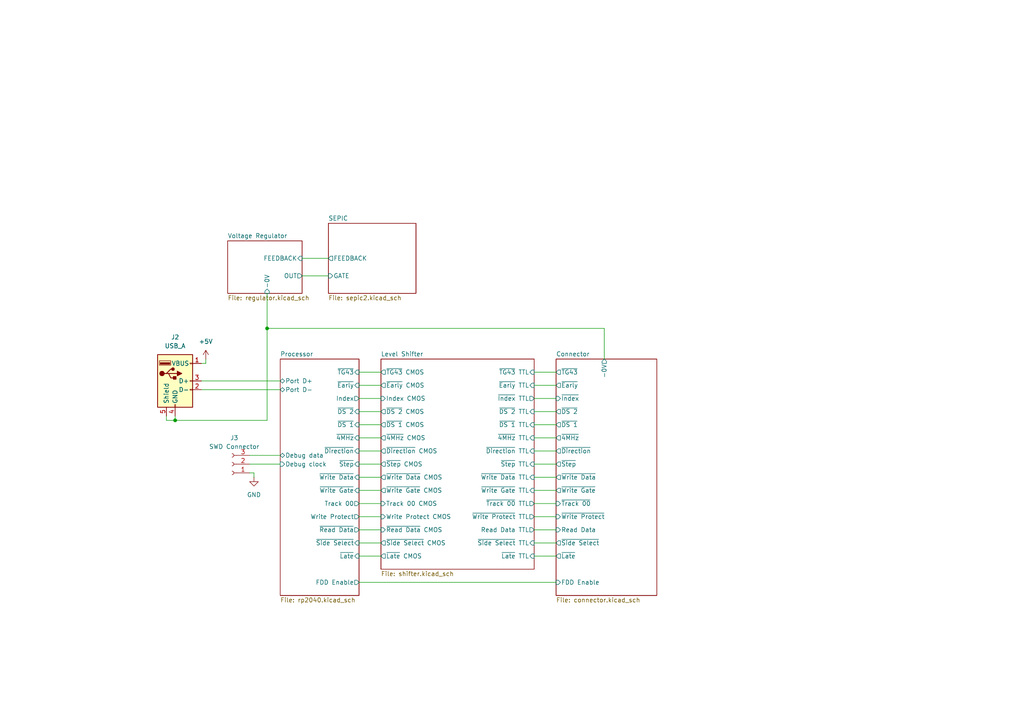
<source format=kicad_sch>
(kicad_sch (version 20231120) (generator "eeschema") (generator_version "8.0")
  (paper "A4")
  (lib_symbols
    (symbol "Connector:Conn_01x03_Socket" (pin_names (offset 1.016) hide)
      (property "Reference" "J" (at 0 5.08 0))
      (property "Value" "Conn_01x03_Socket" (at 0 -5.08 0))
      (symbol "Conn_01x03_Socket_1_1"
        (arc (start 0 -2.032) (mid -0.5058 -2.54) (end 0 -3.048) (stroke (width 0.1524)))
        (polyline (pts (xy -1.27 -2.54) (xy -0.508 -2.54)) (stroke (width 0.1524)))
        (polyline (pts (xy -1.27 0) (xy -0.508 0)) (stroke (width 0.1524)))
        (polyline (pts (xy -1.27 2.54) (xy -0.508 2.54)) (stroke (width 0.1524)))
        (arc (start 0 0.508) (mid -0.5058 0) (end 0 -0.508) (stroke (width 0.1524)))
        (arc (start 0 3.048) (mid -0.5058 2.54) (end 0 2.032) (stroke (width 0.1524)))
        (pin passive line (at -5.08 2.54 0) (length 3.81) (name "Pin_1") (number "1"))
        (pin passive line (at -5.08 0 0) (length 3.81) (name "Pin_2") (number "2"))
        (pin passive line (at -5.08 -2.54 0) (length 3.81) (name "Pin_3") (number "3"))
      )
    )
    (symbol "Connector:USB_A" (pin_names (offset 1.016))
      (property "Reference" "J" (at -5.08 11.43 0))
      (property "Value" "USB_A" (at -5.08 8.89 0))
      (symbol "USB_A_0_1"
        (rectangle (start -5.08 -7.62) (end 5.08 7.62) (stroke (width 0.254)) (fill (type background)))
        (circle (center -3.81 2.159) (radius 0.635) (stroke (width 0.254)) (fill (type outline)))
        (rectangle (start -1.524 4.826) (end -4.318 5.334) (fill (type outline)))
        (rectangle (start -1.27 4.572) (end -4.572 5.842))
        (circle (center -0.635 3.429) (radius 0.381) (stroke (width 0.254)) (fill (type outline)))
        (rectangle (start -0.127 -7.62) (end 0.127 -6.858))
        (polyline (pts (xy -3.175 2.159) (xy -2.54 2.159) (xy -1.27 3.429) (xy -0.635 3.429)) (stroke (width 0.254)))
        (polyline (pts (xy -2.54 2.159) (xy -1.905 2.159) (xy -1.27 0.889) (xy 0 0.889)) (stroke (width 0.254)))
        (polyline (pts (xy 0.635 2.794) (xy 0.635 1.524) (xy 1.905 2.159) (xy 0.635 2.794)) (stroke (width 0.254)) (fill (type outline)))
        (rectangle (start 0.254 1.27) (end -0.508 0.508) (stroke (width 0.254)) (fill (type outline)))
        (rectangle (start 5.08 -2.667) (end 4.318 -2.413))
        (rectangle (start 5.08 -0.127) (end 4.318 0.127))
        (rectangle (start 5.08 4.953) (end 4.318 5.207))
      )
      (symbol "USB_A_1_1"
        (polyline (pts (xy -1.905 2.159) (xy 0.635 2.159)) (stroke (width 0.254)))
        (pin power_in line (at 7.62 5.08 180) (length 2.54) (name "VBUS") (number "1"))
        (pin bidirectional line (at 7.62 -2.54 180) (length 2.54) (name "D-") (number "2"))
        (pin bidirectional line (at 7.62 0 180) (length 2.54) (name "D+") (number "3"))
        (pin power_in line (at 0 -10.16 90) (length 2.54) (name "GND") (number "4"))
        (pin passive line (at -2.54 -10.16 90) (length 2.54) (name "Shield") (number "5"))
      )
    )
    (symbol "power:+5V" (power) (pin_numbers hide) (pin_names (offset 0) hide)
      (property "Value" "+5V" (at 0 3.556 0))
      (symbol "+5V_0_1"
        (polyline (pts (xy -0.762 1.27) (xy 0 2.54)))
        (polyline (pts (xy 0 0) (xy 0 2.54)))
        (polyline (pts (xy 0 2.54) (xy 0.762 1.27)))
      )
      (symbol "+5V_1_1"
        (pin power_in line (at 0 0 90) (length 0) (name "~") (number "1"))
      )
    )
    (symbol "power:GND" (power) (pin_numbers hide) (pin_names (offset 0) hide)
      (property "Value" "GND" (at 0 -3.81 0))
      (symbol "GND_0_1"
        (polyline (pts (xy 0 0) (xy 0 -1.27) (xy 1.27 -1.27) (xy 0 -2.54) (xy -1.27 -1.27) (xy 0 -1.27)))
      )
      (symbol "GND_1_1"
        (pin power_in line (at 0 0 270) (length 0) (name "~") (number "1"))
      )
    )
  )
  (junction (at 50.8 121.92))
  (junction (at 77.47 95.25))
  (wire (pts (xy 154.94 111.76) (xy 161.29 111.76)))
  (wire (pts (xy 154.94 153.67) (xy 161.29 153.67)))
  (wire (pts (xy 104.14 153.67) (xy 110.49 153.67)))
  (wire (pts (xy 154.94 127) (xy 161.29 127)))
  (wire (pts (xy 58.42 110.49) (xy 81.28 110.49)))
  (wire (pts (xy 104.14 130.81) (xy 110.49 130.81)))
  (wire (pts (xy 104.14 149.86) (xy 110.49 149.86)))
  (wire (pts (xy 104.14 111.76) (xy 110.49 111.76)))
  (wire (pts (xy 104.14 168.91) (xy 161.29 168.91)))
  (wire (pts (xy 104.14 146.05) (xy 110.49 146.05)))
  (wire (pts (xy 104.14 157.48) (xy 110.49 157.48)))
  (wire (pts (xy 104.14 123.19) (xy 110.49 123.19)))
  (wire (pts (xy 87.63 80.01) (xy 95.25 80.01)))
  (wire (pts (xy 154.94 161.29) (xy 161.29 161.29)))
  (wire (pts (xy 73.66 137.16) (xy 72.39 137.16)))
  (wire (pts (xy 77.47 121.92) (xy 77.47 95.25)))
  (wire (pts (xy 104.14 138.43) (xy 110.49 138.43)))
  (wire (pts (xy 175.26 104.14) (xy 175.26 95.25)))
  (wire (pts (xy 59.69 104.14) (xy 59.69 105.41)))
  (wire (pts (xy 104.14 161.29) (xy 110.49 161.29)))
  (wire (pts (xy 154.94 138.43) (xy 161.29 138.43)))
  (wire (pts (xy 104.14 107.95) (xy 110.49 107.95)))
  (wire (pts (xy 50.8 120.65) (xy 50.8 121.92)))
  (wire (pts (xy 104.14 142.24) (xy 110.49 142.24)))
  (wire (pts (xy 154.94 123.19) (xy 161.29 123.19)))
  (wire (pts (xy 154.94 149.86) (xy 161.29 149.86)))
  (wire (pts (xy 175.26 95.25) (xy 77.47 95.25)))
  (wire (pts (xy 59.69 105.41) (xy 58.42 105.41)))
  (wire (pts (xy 154.94 130.81) (xy 161.29 130.81)))
  (wire (pts (xy 154.94 107.95) (xy 161.29 107.95)))
  (wire (pts (xy 48.26 120.65) (xy 48.26 121.92)))
  (wire (pts (xy 154.94 134.62) (xy 161.29 134.62)))
  (wire (pts (xy 72.39 134.62) (xy 81.28 134.62)))
  (wire (pts (xy 58.42 113.03) (xy 81.28 113.03)))
  (wire (pts (xy 87.63 74.93) (xy 95.25 74.93)))
  (wire (pts (xy 154.94 157.48) (xy 161.29 157.48)))
  (wire (pts (xy 154.94 115.57) (xy 161.29 115.57)))
  (wire (pts (xy 77.47 95.25) (xy 77.47 85.09)))
  (wire (pts (xy 104.14 119.38) (xy 110.49 119.38)))
  (wire (pts (xy 73.66 138.43) (xy 73.66 137.16)))
  (wire (pts (xy 48.26 121.92) (xy 50.8 121.92)))
  (wire (pts (xy 72.39 132.08) (xy 81.28 132.08)))
  (wire (pts (xy 154.94 142.24) (xy 161.29 142.24)))
  (wire (pts (xy 154.94 146.05) (xy 161.29 146.05)))
  (wire (pts (xy 154.94 119.38) (xy 161.29 119.38)))
  (wire (pts (xy 104.14 134.62) (xy 110.49 134.62)))
  (wire (pts (xy 104.14 115.57) (xy 110.49 115.57)))
  (wire (pts (xy 104.14 127) (xy 110.49 127)))
  (wire (pts (xy 50.8 121.92) (xy 77.47 121.92)))
  (symbol (lib_id "power:+5V") (at 59.69 104.14 0) (unit 1)
    (property "Reference" "#PWR029" (effects (hide yes)))
    (property "Value" "+5V" (at 59.69 99.06 0))
    (property "Description" "Power symbol creates a global label with name \"+5V\"" (effects (hide yes)))
  )
  (symbol (lib_id "power:GND") (at 73.66 138.43 0) (unit 1)
    (property "Reference" "#PWR030" (effects (hide yes)))
    (property "Value" "GND" (at 73.66 143.51 0))
    (property "Description" "Power symbol creates a global label with name \"GND\" , ground" (effects (hide yes)))
  )
  (symbol (lib_id "Connector:USB_A") (at 50.8 110.49 0) (unit 1)
    (property "Reference" "J2" (at 50.8 97.79 0))
    (property "Value" "USB_A" (at 50.8 100.33 0))
    (property "Footprint" "Connector_USB:USB_A_TE_292303-7_Horizontal" (effects (hide yes)))
    (property "Datasheet" " ~" (effects (hide yes)))
    (property "Description" "USB Type A connector" (effects (hide yes)))
    (property "Mouser part no." " 737-USB-A-S-RA-SMT" (effects (hide yes)))
  )
  (symbol (lib_id "Connector:Conn_01x03_Socket") (at 67.31 134.62 180) (unit 1)
    (property "Reference" "J3" (at 67.945 127 0))
    (property "Value" "SWD Connector" (at 67.945 129.54 0))
    (property "Footprint" "Connector_PinSocket_2.54mm:PinSocket_1x03_P2.54mm_Vertical" (effects (hide yes)))
    (property "Description" "Generic connector, single row, 01x03, script generated" (effects (hide yes)))
    (property "Mouser part no." " 737-RS1-03-G" (effects (hide yes)))
  )
  (sheet (at 161.29 104.14) (size 29.21 68.58) (stroke (width 0.1524))
    (property "Sheetname" "Connector" (at 161.29 103.4284 0) (effects (justify left bottom)))
    (property "Sheetfile" "connector.kicad_sch" (at 161.29 173.3046 0) (effects (justify left top)))
    (pin "-0V" output (at 175.26 104.14 90))
    (pin "~{Write Protect}" input (at 161.29 149.86 180))
    (pin "Read Data" input (at 161.29 153.67 180))
    (pin "~{Track 00}" input (at 161.29 146.05 180))
    (pin "~{DS 1}" output (at 161.29 123.19 180))
    (pin "~{DS 2}" output (at 161.29 119.38 180))
    (pin "~{Index}" input (at 161.29 115.57 180))
    (pin "~{Write Gate}" output (at 161.29 142.24 180))
    (pin "~{Write Data}" output (at 161.29 138.43 180))
    (pin "~{TG43}" output (at 161.29 107.95 180))
    (pin "~{Early}" output (at 161.29 111.76 180))
    (pin "~{4MHz}" output (at 161.29 127 180))
    (pin "~{Step}" output (at 161.29 134.62 180))
    (pin "~{Direction}" output (at 161.29 130.81 180))
    (pin "~{Late}" output (at 161.29 161.29 180))
    (pin "~{Side Select}" output (at 161.29 157.48 180))
    (pin "FDD Enable" input (at 161.29 168.91 180))
  )
  (sheet (at 110.49 104.14) (size 44.45 60.96) (stroke (width 0.1524))
    (property "Sheetname" "Level Shifter" (at 110.49 103.4284 0) (effects (justify left bottom)))
    (property "Sheetfile" "shifter.kicad_sch" (at 110.49 165.6846 0) (effects (justify left top)))
    (pin "~{Track 00} TTL" output (at 154.94 146.05 0))
    (pin "~{Index} TTL" output (at 154.94 115.57 0))
    (pin "~{Write Protect} TTL" output (at 154.94 149.86 0))
    (pin "Read Data TTL" output (at 154.94 153.67 0))
    (pin "Track 00 CMOS" input (at 110.49 146.05 180))
    (pin "Write Protect CMOS" input (at 110.49 149.86 180))
    (pin "Index CMOS" input (at 110.49 115.57 180))
    (pin "~{Read Data} CMOS" input (at 110.49 153.67 180))
    (pin "~{Write Gate} TTL" input (at 154.94 142.24 0))
    (pin "~{Write Data} TTL" input (at 154.94 138.43 0))
    (pin "~{Write Gate} CMOS" output (at 110.49 142.24 180))
    (pin "~{Write Data} CMOS" output (at 110.49 138.43 180))
    (pin "~{Side Select} CMOS" output (at 110.49 157.48 180))
    (pin "~{Late} CMOS" output (at 110.49 161.29 180))
    (pin "~{Direction} TTL" input (at 154.94 130.81 0))
    (pin "~{Step} TTL" input (at 154.94 134.62 0))
    (pin "~{Direction} CMOS" output (at 110.49 130.81 180))
    (pin "~{4MHz} CMOS" output (at 110.49 127 180))
    (pin "~{Step} CMOS" output (at 110.49 134.62 180))
    (pin "~{Side Select} TTL" input (at 154.94 157.48 0))
    (pin "~{Late} TTL" input (at 154.94 161.29 0))
    (pin "~{Early} CMOS" output (at 110.49 111.76 180))
    (pin "~{DS 1} CMOS" output (at 110.49 123.19 180))
    (pin "~{Early} TTL" input (at 154.94 111.76 0))
    (pin "~{DS 1} TTL" input (at 154.94 123.19 0))
    (pin "~{4MHz} TTL" input (at 154.94 127 0))
    (pin "~{TG43} TTL" input (at 154.94 107.95 0))
    (pin "~{TG43} CMOS" output (at 110.49 107.95 180))
    (pin "~{DS 2} TTL" input (at 154.94 119.38 0))
    (pin "~{DS 2} CMOS" output (at 110.49 119.38 180))
  )
  (sheet (at 95.25 64.77) (size 25.4 20.32) (stroke (width 0.1524))
    (property "Sheetname" "SEPIC" (at 95.25 64.0584 0) (effects (justify left bottom)))
    (property "Sheetfile" "sepic2.kicad_sch" (at 95.25 85.6746 0) (effects (justify left top)))
    (pin "GATE" input (at 95.25 80.01 180))
    (pin "FEEDBACK" output (at 95.25 74.93 180))
  )
  (sheet (at 81.28 104.14) (size 22.86 68.58) (stroke (width 0.1524))
    (property "Sheetname" "Processor" (at 81.28 103.4284 0) (effects (justify left bottom)))
    (property "Sheetfile" "rp2040.kicad_sch" (at 81.28 173.3046 0) (effects (justify left top)))
    (pin "Port D+" bidirectional (at 81.28 110.49 180))
    (pin "Port D-" bidirectional (at 81.28 113.03 180))
    (pin "Debug data" bidirectional (at 81.28 132.08 180))
    (pin "Debug clock" input (at 81.28 134.62 180))
    (pin "Index" output (at 104.14 115.57 0))
    (pin "Track 00" output (at 104.14 146.05 0))
    (pin "Write Protect" output (at 104.14 149.86 0))
    (pin "FDD Enable" output (at 104.14 168.91 0))
    (pin "~{TG43}" input (at 104.14 107.95 0))
    (pin "~{Early}" input (at 104.14 111.76 0))
    (pin "~{DS 1}" input (at 104.14 123.19 0))
    (pin "~{4MHz}" input (at 104.14 127 0))
    (pin "~{DS 2}" input (at 104.14 119.38 0))
    (pin "~{Step}" input (at 104.14 134.62 0))
    (pin "~{Direction}" input (at 104.14 130.81 0))
    (pin "~{Write Gate}" input (at 104.14 142.24 0))
    (pin "~{Write Data}" input (at 104.14 138.43 0))
    (pin "~{Read Data}" output (at 104.14 153.67 0))
    (pin "~{Side Select}" input (at 104.14 157.48 0))
    (pin "~{Late}" input (at 104.14 161.29 0))
  )
  (sheet (at 66.04 69.85) (size 21.59 15.24) (stroke (width 0.1524))
    (property "Sheetname" "Voltage Regulator" (at 66.04 69.1384 0) (effects (justify left bottom)))
    (property "Sheetfile" "regulator.kicad_sch" (at 66.04 85.6746 0) (effects (justify left top)))
    (pin "FEEDBACK" input (at 87.63 74.93 0))
    (pin "OUT" output (at 87.63 80.01 0))
    (pin "-0V" input (at 77.47 85.09 270))
  )
)
</source>
